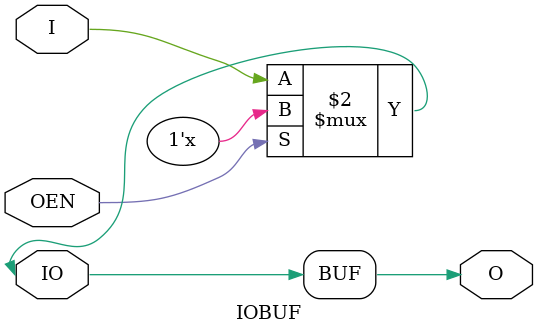
<source format=sv>
/*
 * @file iobuf_sim.v
 * @brief IOBUF module for iverilog simulation.
 */
// Copyright 2019 Kenta IDA
// Distributed under the Boost Software License, Version 1.0.
//    (See accompanying file LICENSE_1_0.txt or copy at
//          http://www.boost.org/LICENSE_1_0.txt)


module IOBUF (
    output wire O,
    input wire I,
    inout wire IO,
    input wire OEN
);

assign O = IO;
assign IO = !OEN ? I : 1'bz;

endmodule
</source>
